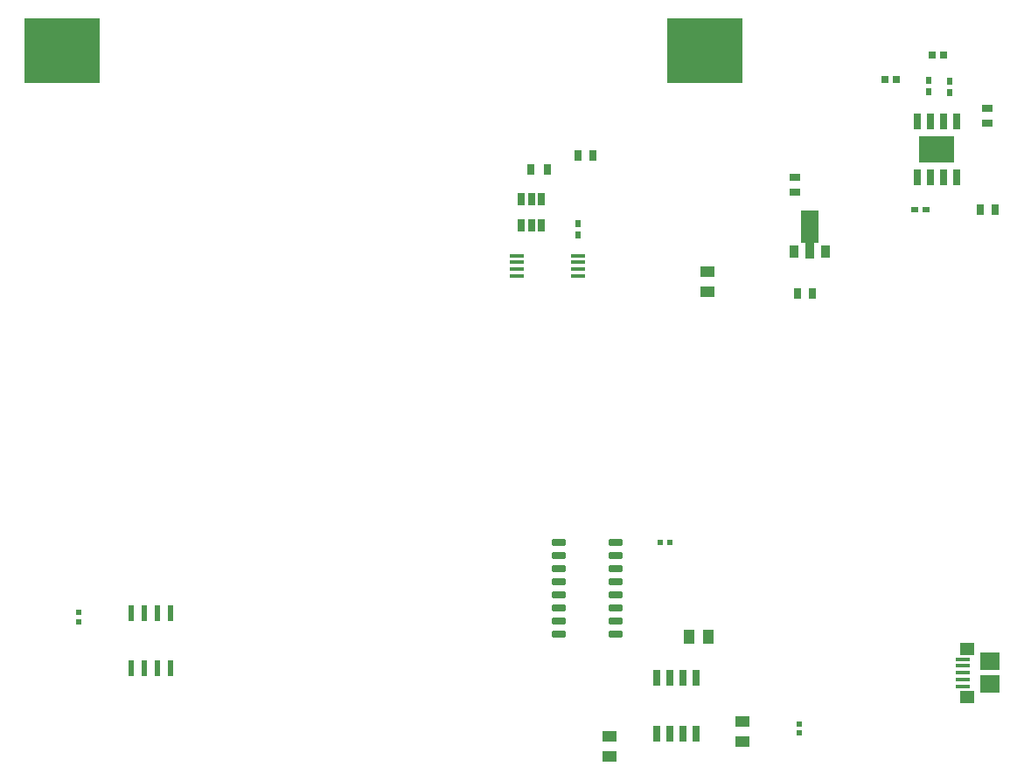
<source format=gbr>
%TF.GenerationSoftware,KiCad,Pcbnew,(6.0.2)*%
%TF.CreationDate,2022-04-18T04:53:36+02:00*%
%TF.ProjectId,main,6d61696e-2e6b-4696-9361-645f70636258,rev?*%
%TF.SameCoordinates,Original*%
%TF.FileFunction,Paste,Top*%
%TF.FilePolarity,Positive*%
%FSLAX46Y46*%
G04 Gerber Fmt 4.6, Leading zero omitted, Abs format (unit mm)*
G04 Created by KiCad (PCBNEW (6.0.2)) date 2022-04-18 04:53:36*
%MOMM*%
%LPD*%
G01*
G04 APERTURE LIST*
G04 Aperture macros list*
%AMRoundRect*
0 Rectangle with rounded corners*
0 $1 Rounding radius*
0 $2 $3 $4 $5 $6 $7 $8 $9 X,Y pos of 4 corners*
0 Add a 4 corners polygon primitive as box body*
4,1,4,$2,$3,$4,$5,$6,$7,$8,$9,$2,$3,0*
0 Add four circle primitives for the rounded corners*
1,1,$1+$1,$2,$3*
1,1,$1+$1,$4,$5*
1,1,$1+$1,$6,$7*
1,1,$1+$1,$8,$9*
0 Add four rect primitives between the rounded corners*
20,1,$1+$1,$2,$3,$4,$5,0*
20,1,$1+$1,$4,$5,$6,$7,0*
20,1,$1+$1,$6,$7,$8,$9,0*
20,1,$1+$1,$8,$9,$2,$3,0*%
%AMFreePoly0*
4,1,9,3.862500,-0.866500,0.737500,-0.866500,0.737500,-0.450000,-0.737500,-0.450000,-0.737500,0.450000,0.737500,0.450000,0.737500,0.866500,3.862500,0.866500,3.862500,-0.866500,3.862500,-0.866500,$1*%
G04 Aperture macros list end*
%ADD10R,0.600000X0.750000*%
%ADD11R,0.700000X1.525000*%
%ADD12R,3.402000X2.513000*%
%ADD13R,1.000000X1.400000*%
%ADD14R,0.600000X0.620000*%
%ADD15R,0.620000X0.600000*%
%ADD16RoundRect,0.049600X-0.605400X-0.260400X0.605400X-0.260400X0.605400X0.260400X-0.605400X0.260400X0*%
%ADD17R,0.790000X1.020000*%
%ADD18R,0.750000X0.600000*%
%ADD19R,0.700000X0.650000*%
%ADD20R,0.800000X1.000000*%
%ADD21R,1.400000X1.000000*%
%ADD22R,1.400000X0.400000*%
%ADD23R,1.450000X1.150000*%
%ADD24R,1.900000X1.750000*%
%ADD25R,0.900000X1.300000*%
%ADD26FreePoly0,90.000000*%
%ADD27R,0.650000X1.200000*%
%ADD28R,7.340000X6.350000*%
%ADD29R,0.600000X1.600000*%
%ADD30R,0.600000X1.550000*%
%ADD31R,1.020000X0.790000*%
%ADD32R,1.475000X0.450000*%
%ADD33R,0.700000X1.550000*%
G04 APERTURE END LIST*
D10*
%TO.C,R4*%
X138730000Y-79000000D03*
X138730000Y-77900000D03*
%TD*%
D11*
%TO.C,J10*%
X171577000Y-73451000D03*
X172847000Y-73451000D03*
X174117000Y-73451000D03*
X175387000Y-73451000D03*
X175387000Y-68027000D03*
X174117000Y-68027000D03*
X172847000Y-68027000D03*
X171577000Y-68027000D03*
D12*
X173482000Y-70739000D03*
%TD*%
D13*
%TO.C,R7*%
X151370000Y-117950000D03*
X149470000Y-117950000D03*
%TD*%
D14*
%TO.C,C7*%
X146710000Y-108800000D03*
X147630000Y-108800000D03*
%TD*%
D15*
%TO.C,C8*%
X90380000Y-115640000D03*
X90380000Y-116560000D03*
%TD*%
D16*
%TO.C,U3*%
X136860000Y-108815000D03*
X136860000Y-110085000D03*
X136860000Y-111355000D03*
X136860000Y-112625000D03*
X136860000Y-113895000D03*
X136860000Y-115165000D03*
X136860000Y-116435000D03*
X136860000Y-117705000D03*
X142360000Y-117705000D03*
X142360000Y-116435000D03*
X142360000Y-115165000D03*
X142360000Y-113895000D03*
X142360000Y-112625000D03*
X142360000Y-111355000D03*
X142360000Y-110085000D03*
X142360000Y-108815000D03*
%TD*%
D17*
%TO.C,C2*%
X179140000Y-76580000D03*
X177700000Y-76580000D03*
%TD*%
D18*
%TO.C,R3*%
X172450000Y-76610000D03*
X171350000Y-76610000D03*
%TD*%
D10*
%TO.C,R1*%
X174730000Y-64150000D03*
X174730000Y-65250000D03*
%TD*%
%TO.C,R2*%
X172720000Y-64093000D03*
X172720000Y-65193000D03*
%TD*%
D19*
%TO.C,D2*%
X169530000Y-64010000D03*
X168430000Y-64010000D03*
%TD*%
%TO.C,D1*%
X174150000Y-61640000D03*
X173050000Y-61640000D03*
%TD*%
D20*
%TO.C,R5*%
X134160000Y-72700000D03*
X135760000Y-72700000D03*
%TD*%
D21*
%TO.C,R6*%
X141770000Y-127670000D03*
X141770000Y-129570000D03*
%TD*%
%TO.C,R8*%
X154640000Y-126240000D03*
X154640000Y-128140000D03*
%TD*%
D15*
%TO.C,C6*%
X160140000Y-127340000D03*
X160140000Y-126420000D03*
%TD*%
D17*
%TO.C,C3*%
X161400000Y-84670000D03*
X159960000Y-84670000D03*
%TD*%
D22*
%TO.C,J6*%
X175970000Y-122770000D03*
X175970000Y-122120000D03*
X175970000Y-121470000D03*
X175970000Y-120820000D03*
X175970000Y-120170000D03*
D23*
X176390000Y-119150000D03*
D24*
X178620000Y-120345000D03*
D23*
X176390000Y-123790000D03*
D24*
X178620000Y-122595000D03*
%TD*%
D21*
%TO.C,R9*%
X151257000Y-82616000D03*
X151257000Y-84516000D03*
%TD*%
D25*
%TO.C,U1*%
X159660000Y-80610000D03*
D26*
X161160000Y-80522500D03*
D25*
X162660000Y-80610000D03*
%TD*%
D27*
%TO.C,IC1*%
X133270000Y-78090000D03*
X134220000Y-78090000D03*
X135170000Y-78090000D03*
X135170000Y-75590000D03*
X134220000Y-75590000D03*
X133270000Y-75590000D03*
%TD*%
D28*
%TO.C,U2*%
X151012000Y-61214000D03*
X88802000Y-61214000D03*
%TD*%
D17*
%TO.C,C5*%
X140190000Y-71310000D03*
X138750000Y-71310000D03*
%TD*%
D29*
%TO.C,U4*%
X95504000Y-121064000D03*
D30*
X96774000Y-121064000D03*
X98044000Y-121064000D03*
X99314000Y-121064000D03*
X99314000Y-115664000D03*
X98044000Y-115664000D03*
X96774000Y-115664000D03*
X95504000Y-115664000D03*
%TD*%
D31*
%TO.C,C1*%
X159750000Y-73460000D03*
X159750000Y-74900000D03*
%TD*%
D32*
%TO.C,Q1*%
X138698000Y-82995000D03*
X138698000Y-82345000D03*
X138698000Y-81695000D03*
X138698000Y-81045000D03*
X132822000Y-81045000D03*
X132822000Y-81695000D03*
X132822000Y-82345000D03*
X132822000Y-82995000D03*
%TD*%
D33*
%TO.C,IC2*%
X150195000Y-121925000D03*
X148925000Y-121925000D03*
X147655000Y-121925000D03*
X146385000Y-121925000D03*
X146385000Y-127375000D03*
X147655000Y-127375000D03*
X148925000Y-127375000D03*
X150195000Y-127375000D03*
%TD*%
D31*
%TO.C,C4*%
X178360000Y-66740000D03*
X178360000Y-68180000D03*
%TD*%
M02*

</source>
